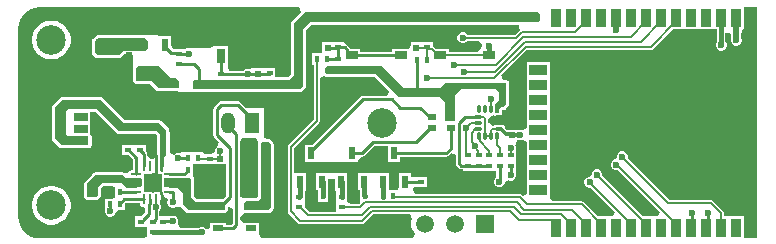
<source format=gtl>
G04*
G04 #@! TF.GenerationSoftware,Altium Limited,Altium Designer,21.0.9 (235)*
G04*
G04 Layer_Physical_Order=1*
G04 Layer_Color=255*
%FSTAX24Y24*%
%MOIN*%
G70*
G04*
G04 #@! TF.SameCoordinates,F3794B47-591B-43CD-9A24-B45F9C40A272*
G04*
G04*
G04 #@! TF.FilePolarity,Positive*
G04*
G01*
G75*
%ADD11C,0.0100*%
%ADD14C,0.0080*%
%ADD21R,0.0591X0.0591*%
%ADD22O,0.0098X0.0354*%
%ADD23O,0.0354X0.0098*%
%ADD24R,0.0315X0.0217*%
%ADD25R,0.0374X0.0236*%
%ADD26R,0.0472X0.0299*%
%ADD27R,0.0472X0.0315*%
%ADD28R,0.0315X0.0512*%
%ADD29R,0.0827X0.1181*%
G04:AMPARAMS|DCode=30|XSize=24mil|YSize=11.8mil|CornerRadius=3mil|HoleSize=0mil|Usage=FLASHONLY|Rotation=90.000|XOffset=0mil|YOffset=0mil|HoleType=Round|Shape=RoundedRectangle|*
%AMROUNDEDRECTD30*
21,1,0.0240,0.0059,0,0,90.0*
21,1,0.0181,0.0118,0,0,90.0*
1,1,0.0059,0.0030,0.0091*
1,1,0.0059,0.0030,-0.0091*
1,1,0.0059,-0.0030,-0.0091*
1,1,0.0059,-0.0030,0.0091*
%
%ADD30ROUNDEDRECTD30*%
G04:AMPARAMS|DCode=31|XSize=24mil|YSize=11.8mil|CornerRadius=3mil|HoleSize=0mil|Usage=FLASHONLY|Rotation=180.000|XOffset=0mil|YOffset=0mil|HoleType=Round|Shape=RoundedRectangle|*
%AMROUNDEDRECTD31*
21,1,0.0240,0.0059,0,0,180.0*
21,1,0.0181,0.0118,0,0,180.0*
1,1,0.0059,-0.0091,0.0030*
1,1,0.0059,0.0091,0.0030*
1,1,0.0059,0.0091,-0.0030*
1,1,0.0059,-0.0091,-0.0030*
%
%ADD31ROUNDEDRECTD31*%
%ADD32R,0.1772X0.1772*%
%ADD33R,0.0354X0.0591*%
%ADD34R,0.0591X0.0354*%
%ADD35R,0.0177X0.0217*%
%ADD36R,0.0217X0.0177*%
%ADD37R,0.0201X0.0201*%
%ADD38R,0.0201X0.0201*%
%ADD39R,0.0413X0.0256*%
%ADD40R,0.0236X0.0394*%
%ADD41R,0.0177X0.0315*%
%ADD42R,0.0315X0.0177*%
%ADD71C,0.0150*%
%ADD72C,0.0200*%
%ADD73C,0.0120*%
%ADD74O,0.0669X0.0433*%
%ADD75O,0.0472X0.0709*%
%ADD76R,0.0472X0.0709*%
%ADD77O,0.0787X0.0984*%
%ADD78C,0.0984*%
%ADD79C,0.0591*%
%ADD80C,0.0236*%
G36*
X016535Y025504D02*
X025199D01*
X025261Y025354D01*
X024936Y025029D01*
X024914Y024996D01*
X024906Y024957D01*
X024906Y023367D01*
Y023269D01*
X024826Y023188D01*
X024401D01*
Y023463D01*
X024024D01*
Y023463D01*
X023999Y023468D01*
X023999Y023468D01*
X023876Y023468D01*
X023639D01*
X023639Y023468D01*
X023513Y023455D01*
X023443D01*
X023377Y023428D01*
X023342Y023392D01*
X022851D01*
X022826Y023532D01*
X022826D01*
Y024204D01*
X022403D01*
X022351Y024204D01*
X02223Y024135D01*
X021473Y024135D01*
X021473Y024135D01*
X021329Y024118D01*
X020993D01*
X020926Y024241D01*
Y024529D01*
X02053D01*
X020488Y024571D01*
X020093D01*
X020054Y024578D01*
X018478D01*
X018439Y024571D01*
X018406Y024549D01*
X018316Y024459D01*
X018294Y024426D01*
X018286Y024387D01*
Y023997D01*
X018294Y023958D01*
X018316Y023924D01*
X018416Y023824D01*
X018449Y023802D01*
X018488Y023795D01*
X019188D01*
X01919Y023795D01*
X019191Y023795D01*
X019209Y023799D01*
X019227Y023802D01*
X019228Y023803D01*
X01923Y023804D01*
X019245Y023814D01*
X01926Y023824D01*
X019261Y023826D01*
X019262Y023827D01*
X019382Y023955D01*
X01954D01*
X01962Y023955D01*
X019654Y023921D01*
X019654Y023496D01*
X019646Y023457D01*
X019646Y023457D01*
X019646Y023451D01*
Y023079D01*
X019654Y02304D01*
X019676Y023007D01*
X019715Y022967D01*
X019748Y022945D01*
X019787Y022937D01*
X020226D01*
X020439Y022724D01*
X020472Y022702D01*
X020511Y022695D01*
X021087D01*
X021225Y022665D01*
X021678Y022665D01*
X021678Y022665D01*
X021732Y022665D01*
X025228Y022665D01*
X025267Y022672D01*
X0253Y022694D01*
X0254Y022794D01*
X025422Y022828D01*
X02543Y022867D01*
X02543Y024724D01*
X0256Y024895D01*
X03252D01*
X032535Y024853D01*
X032545Y024745D01*
X032536Y024739D01*
X032386Y024588D01*
X030788D01*
X030739Y024638D01*
X030673Y024665D01*
X030603D01*
X030537Y024638D01*
X030487Y024587D01*
X03046Y024522D01*
Y024451D01*
X030487Y024386D01*
X030537Y024336D01*
X030603Y024308D01*
X030673D01*
X030739Y024336D01*
X030788Y024385D01*
X031178D01*
X03129Y024254D01*
X031289Y024249D01*
X031239Y024115D01*
X031133Y024009D01*
X030178D01*
Y024115D01*
X029749D01*
X02968Y024185D01*
X029647Y024207D01*
X029637Y024209D01*
Y024329D01*
X029275D01*
Y024334D01*
X028914D01*
Y024243D01*
X02886Y024115D01*
X028286D01*
Y02402D01*
X027226D01*
Y024115D01*
X026889D01*
X026886Y024133D01*
X026862Y02417D01*
X026862Y02417D01*
X026791Y02424D01*
X026755Y024264D01*
X026712Y024273D01*
X026684Y024329D01*
X026322D01*
Y024334D01*
X025961D01*
Y02411D01*
X025944Y023973D01*
X025814Y023968D01*
X025606D01*
Y023591D01*
X025673D01*
Y021756D01*
X024846Y020929D01*
X024824Y020896D01*
X024816Y020857D01*
Y018697D01*
X024824Y018658D01*
X024846Y018624D01*
X025156Y018314D01*
X025189Y018292D01*
X025228Y018285D01*
X027296D01*
X027335Y018292D01*
X027368Y018314D01*
X027648Y018595D01*
X028871D01*
X028958Y018445D01*
X028955Y01844D01*
X028925Y018326D01*
Y018209D01*
X028955Y018096D01*
X029014Y017994D01*
X029055Y017953D01*
X028996Y017803D01*
X023912D01*
X023851Y017928D01*
X023851Y017953D01*
Y018324D01*
X023342Y018324D01*
X023233Y018439D01*
X02324Y018554D01*
X023365Y018637D01*
X023378Y018635D01*
X024168D01*
X024207Y018642D01*
X02424Y018664D01*
X02431Y018734D01*
X024332Y018768D01*
X02434Y018807D01*
Y020947D01*
X024332Y020986D01*
X02431Y021019D01*
X02424Y021089D01*
X024207Y021111D01*
X024168Y021118D01*
X024146D01*
X024008Y021149D01*
X024008Y021268D01*
Y022158D01*
X023394D01*
X023216Y022336D01*
X02318Y02236D01*
X023137Y022369D01*
X023137Y022369D01*
X022598D01*
X022555Y02236D01*
X022519Y022336D01*
X022519Y022336D01*
X022366Y022183D01*
X022341Y022147D01*
X022333Y022104D01*
X022333Y022104D01*
Y021239D01*
X022333Y021239D01*
X022341Y021197D01*
X022366Y02116D01*
X022505Y021021D01*
X022507Y021004D01*
X022461Y020853D01*
X022455Y02085D01*
X022404Y0208D01*
X022377Y020735D01*
Y020664D01*
X022239Y020614D01*
X022016D01*
X021992Y020661D01*
X021655Y020661D01*
X021505Y020661D01*
X021315D01*
X021315Y020661D01*
X021189Y020651D01*
X021119D01*
X021053Y020623D01*
X02102Y02059D01*
X02094Y020603D01*
X02087Y020636D01*
X02087Y021397D01*
X020862Y021436D01*
X02084Y021469D01*
X02059Y021719D01*
X020557Y021741D01*
X020518Y021748D01*
X0194Y021748D01*
X01866Y022489D01*
X018627Y022511D01*
X018588Y022518D01*
X017298D01*
X017259Y022511D01*
X017226Y022489D01*
X016986Y022249D01*
X016964Y022216D01*
X016956Y022177D01*
Y021127D01*
X016964Y021088D01*
X016986Y021054D01*
X017216Y020824D01*
X017249Y020802D01*
X017288Y020795D01*
X018148D01*
X018187Y020802D01*
X01822Y020824D01*
X01824Y020844D01*
X018262Y020878D01*
X01827Y020917D01*
Y021187D01*
X018262Y021226D01*
X01824Y021259D01*
X01822Y021279D01*
X01822Y021279D01*
Y021621D01*
Y022005D01*
X018406D01*
X019116Y021294D01*
X019149Y021272D01*
X019188Y021265D01*
X020416D01*
X020436Y021244D01*
Y020499D01*
X020376Y02046D01*
X020286Y020434D01*
X020267Y020447D01*
X020217Y020457D01*
X020132Y02059D01*
Y020617D01*
X020123Y02066D01*
X020099Y020697D01*
X020099Y020697D01*
X02007Y020726D01*
Y020904D01*
X019694D01*
X019694Y020904D01*
X019676D01*
Y020904D01*
X019544Y020904D01*
X0193D01*
Y020567D01*
X019518D01*
X019652Y020433D01*
Y020073D01*
X019636D01*
X019585Y020063D01*
X019585Y020063D01*
X019543Y020034D01*
X01954Y020031D01*
X019442Y01999D01*
X019361Y019988D01*
X019357Y019991D01*
X019318Y019998D01*
X0184Y019998D01*
X018361Y019991D01*
X018328Y019969D01*
X018319Y019959D01*
X018276D01*
Y019917D01*
X018046Y019686D01*
X018024Y019653D01*
X018016Y019614D01*
Y019217D01*
X018024Y019178D01*
X018046Y019144D01*
X018096Y019094D01*
X018129Y019072D01*
X018168Y019065D01*
X018418D01*
X018457Y019072D01*
X01849Y019094D01*
X018555Y019159D01*
X018577Y019193D01*
X018585Y019232D01*
Y019469D01*
X01866Y019545D01*
X018917D01*
X019057Y019519D01*
Y019274D01*
X019054Y019142D01*
X018914Y019125D01*
X018717D01*
Y018749D01*
X018717D01*
X01872Y018665D01*
X018747Y0186D01*
X018797Y01855D01*
X018862Y018523D01*
X018933D01*
X018999Y01855D01*
X019049Y0186D01*
X019063Y018635D01*
X019076Y018665D01*
X019188Y018749D01*
X019394D01*
Y018967D01*
X019409Y018982D01*
X019888D01*
Y018967D01*
X019898Y018916D01*
X019927Y018873D01*
X019969Y018845D01*
X02002Y018835D01*
X020053Y018808D01*
X020057Y018654D01*
X019931Y018528D01*
X019733D01*
Y01819D01*
X019978D01*
X02011Y018188D01*
X020127Y018048D01*
X020127Y01785D01*
X019996Y017803D01*
X016535D01*
X016535Y017803D01*
X016399Y017817D01*
X016267Y017857D01*
X016146Y017921D01*
X01604Y018008D01*
X015953Y018115D01*
X015888Y018236D01*
X015848Y018367D01*
X015835Y018504D01*
X015835Y018504D01*
Y024803D01*
X015835Y024803D01*
X015848Y02494D01*
X015888Y025071D01*
X015953Y025192D01*
X01604Y025299D01*
X016146Y025386D01*
X016267Y025451D01*
X016399Y02549D01*
X016535Y025504D01*
X016535Y025504D01*
D02*
G37*
G36*
X040465Y017803D02*
X040017D01*
Y018529D01*
X039362D01*
Y018635D01*
X039354Y018674D01*
X039332Y018707D01*
X03898Y019059D01*
X038947Y019081D01*
X038908Y019088D01*
X03754D01*
X036146Y020483D01*
Y020552D01*
X036119Y020617D01*
X036069Y020668D01*
X036003Y020695D01*
X035933D01*
X035867Y020668D01*
X035817Y020617D01*
X03579Y020552D01*
Y020481D01*
X035723Y020435D01*
X035657Y020408D01*
X035607Y020357D01*
X03558Y020292D01*
Y020221D01*
X035607Y020156D01*
X035657Y020106D01*
X035723Y020078D01*
X035793D01*
X035804Y020083D01*
X03722Y018667D01*
X037162Y018529D01*
X036647D01*
X035296Y01988D01*
X035296Y019881D01*
Y019952D01*
X035269Y020017D01*
X035219Y020068D01*
X035153Y020095D01*
X035083D01*
X035017Y020068D01*
X034967Y020017D01*
X03494Y019952D01*
X034921Y019874D01*
X034843Y019845D01*
X034777Y019818D01*
X034727Y019767D01*
X0347Y019702D01*
Y019631D01*
X034727Y019566D01*
X034777Y019516D01*
X034843Y019488D01*
X034899D01*
X03572Y018667D01*
X035663Y018529D01*
X035503D01*
Y018529D01*
X035147D01*
X034677Y018999D01*
X034644Y019021D01*
X034605Y019028D01*
X033617D01*
X033545Y019148D01*
X033545Y019179D01*
Y019648D01*
Y020148D01*
Y020648D01*
Y021148D01*
Y021648D01*
Y022148D01*
Y022648D01*
Y023148D01*
Y023663D01*
X032794D01*
Y023148D01*
Y022648D01*
Y022148D01*
Y021648D01*
Y021475D01*
X032732Y021434D01*
X032644Y0214D01*
X032611Y021414D01*
X0326Y021418D01*
X032464Y021421D01*
Y021421D01*
X032123D01*
X032056Y021487D01*
X032048Y021529D01*
X032024Y021565D01*
X031988Y021589D01*
X031945Y021598D01*
X031764D01*
X031721Y021589D01*
X031685Y021565D01*
X03168Y021559D01*
X031645D01*
X031532Y021627D01*
X0315Y02166D01*
Y021768D01*
X031522Y021816D01*
X031556Y021853D01*
X031686Y021914D01*
X031719Y021892D01*
X031758Y021885D01*
X031848D01*
X031887Y021892D01*
X03192Y021914D01*
X03193Y021924D01*
X031952Y021958D01*
X03196Y021997D01*
Y022074D01*
X03197Y022085D01*
X032008D01*
X032047Y022092D01*
X03208Y022114D01*
X03216Y022194D01*
X032182Y022228D01*
X03219Y022267D01*
Y022987D01*
X032182Y023026D01*
X032169Y023046D01*
Y023054D01*
X032163D01*
X03216Y023059D01*
X032127Y023081D01*
X032088Y023088D01*
X03198D01*
X031923Y023227D01*
X03278Y024085D01*
X036907D01*
X036946Y024092D01*
X036979Y024114D01*
X037647Y024782D01*
X039121D01*
Y024352D01*
X039107Y024337D01*
X03908Y024272D01*
Y024201D01*
X039107Y024136D01*
X039157Y024086D01*
X039223Y024058D01*
X039293D01*
X039359Y024086D01*
X039409Y024136D01*
X039436Y024201D01*
Y024272D01*
X039409Y024337D01*
X039397Y02435D01*
Y024628D01*
X039426Y024654D01*
X0395Y024656D01*
X039555Y024638D01*
X039595Y024605D01*
Y024468D01*
X03958Y024432D01*
Y024361D01*
X039607Y024296D01*
X039657Y024246D01*
X039723Y024218D01*
X039793D01*
X039859Y024246D01*
X039909Y024296D01*
X039936Y024361D01*
Y024432D01*
X039921Y024468D01*
Y024625D01*
X039936Y024661D01*
Y024732D01*
X040017Y024782D01*
X040017D01*
Y025504D01*
X040465D01*
Y017803D01*
D02*
G37*
G36*
X020159Y024372D02*
Y024135D01*
X02008Y024057D01*
X019338D01*
X019188Y023897D01*
X018488D01*
X018388Y023997D01*
Y024387D01*
X018478Y024477D01*
X020054D01*
X020159Y024372D01*
D02*
G37*
G36*
X020906Y023147D02*
X021088D01*
X021198Y023037D01*
Y022847D01*
X021148Y022797D01*
X020511D01*
X020268Y023039D01*
X019787D01*
X019748Y023079D01*
Y023457D01*
X019828Y023537D01*
X020516D01*
X020906Y023147D01*
D02*
G37*
G36*
X033158Y025327D02*
X033208Y025277D01*
X033208Y025047D01*
X033158Y024997D01*
X025558D01*
X025328Y024767D01*
X025328Y022867D01*
X025228Y022767D01*
X021678Y022767D01*
X021648Y022797D01*
X021648Y023039D01*
X021696Y023087D01*
X024868D01*
X025008Y023227D01*
Y023367D01*
X025008Y024957D01*
X025378Y025327D01*
X033158Y025327D01*
D02*
G37*
G36*
X028678Y022807D02*
X029898Y022807D01*
X030078Y022987D01*
X032088D01*
Y022267D01*
X032008Y022187D01*
X031928D01*
X031858Y022117D01*
Y021997D01*
X031848Y021987D01*
X031758D01*
X031728Y022017D01*
Y022277D01*
X031858Y022407D01*
Y022677D01*
X031768Y022767D01*
X030588D01*
X030398Y022577D01*
Y021727D01*
X030378Y021707D01*
X030088D01*
X030058Y021737D01*
Y022337D01*
X029898Y022497D01*
X028518D01*
X028348Y022667D01*
X027748Y023267D01*
X026108D01*
X026048Y023327D01*
Y023487D01*
X026108Y023547D01*
X027938D01*
X028678Y022807D01*
D02*
G37*
G36*
X019358Y021647D02*
X020518Y021647D01*
X020768Y021397D01*
X020768Y020587D01*
X020658Y020477D01*
Y020037D01*
X020638Y020017D01*
X020588D01*
X020538Y020067D01*
Y021287D01*
X020458Y021367D01*
X019188D01*
X018448Y022107D01*
X017508D01*
X017428Y022027D01*
Y021257D01*
X017478Y021207D01*
X018148D01*
X018168Y021187D01*
Y020917D01*
X018148Y020897D01*
X017288D01*
X017058Y021127D01*
Y022177D01*
X017298Y022417D01*
X018588D01*
X019358Y021647D01*
D02*
G37*
G36*
X020455Y019987D02*
X02048Y019981D01*
X020516Y019944D01*
X020554Y019912D01*
X020587Y019841D01*
X020586Y019787D01*
Y019507D01*
X020594Y019468D01*
X020491Y019352D01*
X020473Y019344D01*
X020464Y019344D01*
X020464Y019344D01*
X020464Y019344D01*
X020413Y019354D01*
X020363Y019344D01*
X020315Y019318D01*
X020267Y019344D01*
X020267Y019344D01*
X020267Y019344D01*
X020217Y019354D01*
X020166Y019344D01*
X020166Y019344D01*
X020078Y019393D01*
X020032Y019509D01*
X02004Y019548D01*
X02004Y019787D01*
X020039Y019793D01*
X020051Y019857D01*
X020184Y019944D01*
X020217Y019937D01*
X020267Y019947D01*
X020267Y019947D01*
X02031Y019976D01*
X020311Y019977D01*
X020318Y01998D01*
X020399Y019988D01*
X020455Y019987D01*
D02*
G37*
G36*
X019408Y019807D02*
X019918Y019807D01*
X019938Y019787D01*
X019938Y019548D01*
X019886Y019497D01*
X019418D01*
X019268Y019647D01*
X018618D01*
X018483Y019512D01*
Y019232D01*
X018418Y019167D01*
X018168D01*
X018118Y019217D01*
Y019614D01*
X0184Y019897D01*
X019318Y019897D01*
X019408Y019807D01*
D02*
G37*
G36*
X026036Y023194D02*
X026069Y023172D01*
X026108Y023165D01*
X027706D01*
X028182Y022689D01*
X02812Y022539D01*
X027308D01*
X027266Y02253D01*
X027229Y022506D01*
X027229Y022506D01*
X02563Y020907D01*
X025392D01*
Y020353D01*
X027167D01*
Y020421D01*
X027271Y020518D01*
X027314Y020526D01*
X02735Y020551D01*
X027684Y020885D01*
X028148D01*
Y020353D01*
X028545D01*
Y020518D01*
X030081D01*
X030081Y020518D01*
X030124Y020526D01*
X030161Y020551D01*
X030256Y020646D01*
X030406Y020584D01*
Y020297D01*
X030406Y020297D01*
X030414Y020254D01*
X030439Y020217D01*
X030512Y020144D01*
X030512Y020144D01*
X030548Y02012D01*
X030591Y020112D01*
X030638D01*
Y020055D01*
X031767D01*
Y019827D01*
X031717Y019777D01*
X03169Y019712D01*
Y019641D01*
X031717Y019576D01*
X031767Y019526D01*
X031833Y019498D01*
X031903D01*
X031969Y019526D01*
X032019Y019576D01*
X032046Y019641D01*
Y019642D01*
X032066Y019664D01*
X032187Y019733D01*
X032209Y019724D01*
X03228D01*
X032345Y019752D01*
X032395Y019802D01*
X032422Y019867D01*
Y019909D01*
X032432Y020055D01*
X032432D01*
Y020392D01*
X032432D01*
Y020395D01*
X032432D01*
Y020732D01*
X032432D01*
X032427Y020846D01*
X0324Y020911D01*
X032409Y020932D01*
X032464Y02106D01*
X0326Y021062D01*
X032611Y021067D01*
X032644Y02108D01*
X032732Y021046D01*
X032794Y021006D01*
Y020648D01*
Y020148D01*
Y019648D01*
Y019267D01*
X032644Y019205D01*
X03261Y019239D01*
X032577Y019261D01*
X032538Y019268D01*
X029061D01*
X028975Y019418D01*
X029024Y019501D01*
X029064Y019504D01*
Y019504D01*
X02944D01*
Y019841D01*
X029064D01*
Y019841D01*
X028919Y019853D01*
Y019962D01*
X028522D01*
Y019537D01*
X02849Y019407D01*
X028375Y019401D01*
X028318D01*
X028171Y019408D01*
X028171Y019543D01*
Y019962D01*
X027541D01*
X027542Y019542D01*
X027541Y019541D01*
Y019962D01*
X027144D01*
Y019408D01*
X027206Y019401D01*
Y018969D01*
X027185Y018948D01*
X026924D01*
X026802Y019017D01*
X026802Y019262D01*
X026802Y019354D01*
X026802Y019354D01*
X026793Y019408D01*
X026793D01*
Y019962D01*
X025766D01*
Y019408D01*
X025828Y019401D01*
Y019024D01*
X026165D01*
Y019259D01*
X026165Y019401D01*
X026165Y019401D01*
X026163Y019408D01*
X026163D01*
Y01979D01*
X026396D01*
Y019408D01*
X026396D01*
X026426Y019354D01*
X026426Y019017D01*
X026426Y018867D01*
Y018677D01*
X026279Y018668D01*
X025538D01*
X025385Y018821D01*
Y019014D01*
X025385D01*
Y019017D01*
X025385D01*
Y019354D01*
X025415Y019408D01*
X025415D01*
Y019962D01*
X02502D01*
Y020814D01*
X025847Y021641D01*
X025869Y021674D01*
X025877Y021713D01*
Y023141D01*
X026027Y023204D01*
X026036Y023194D01*
D02*
G37*
G36*
X023778Y021113D02*
X023823Y021007D01*
X023823Y020999D01*
X023816Y020967D01*
Y019199D01*
X023766Y019148D01*
X023408D01*
X023369Y019141D01*
X023364Y019138D01*
X023269Y019168D01*
X023214Y019209D01*
Y021008D01*
X023216Y021018D01*
X023272Y021149D01*
Y021149D01*
X023744D01*
X023778Y021113D01*
D02*
G37*
G36*
X021992Y020284D02*
X022016Y020277D01*
Y020277D01*
X022139Y020277D01*
X022379D01*
Y020272D01*
X022739Y020272D01*
X022762Y020132D01*
Y019224D01*
X022636Y019098D01*
X0218D01*
X0217Y019199D01*
Y019767D01*
X021692Y019806D01*
X021652Y01989D01*
Y020135D01*
X021655Y020267D01*
X021795Y020284D01*
X021992D01*
Y020284D01*
D02*
G37*
G36*
X024238Y020947D02*
Y018807D01*
X024168Y018737D01*
X023378D01*
X023348Y018767D01*
Y018987D01*
X023408Y019047D01*
X023808D01*
X023918Y019157D01*
Y020967D01*
X023968Y021017D01*
X024168D01*
X024238Y020947D01*
D02*
G37*
G36*
X021598Y019767D02*
Y019157D01*
X021758Y018997D01*
X022688D01*
X022718Y018967D01*
Y018767D01*
X022688Y018737D01*
X021498D01*
X021308Y018927D01*
Y019307D01*
X021118Y019497D01*
X020698D01*
X020688Y019507D01*
Y019787D01*
X020698Y019797D01*
X021568D01*
X021598Y019767D01*
D02*
G37*
G36*
X020788Y019133D02*
X020815Y019069D01*
X0208Y019032D01*
Y018961D01*
X020827Y018896D01*
X020877Y018846D01*
X020943Y018818D01*
X021013D01*
X021076Y018844D01*
X021086Y018847D01*
X021214Y018853D01*
X02126Y01883D01*
X021426Y018664D01*
X021459Y018642D01*
X021498Y018635D01*
X022688D01*
X022727Y018642D01*
X02276Y018664D01*
X02279Y018694D01*
X022812Y018728D01*
X02282Y018767D01*
Y018831D01*
X02284Y018845D01*
X02299Y018764D01*
Y018297D01*
X022943Y01825D01*
X022768D01*
Y018324D01*
X022234D01*
Y018149D01*
X02211Y018113D01*
X022084Y018112D01*
X022039Y018158D01*
X021973Y018185D01*
X021903D01*
X021837Y018158D01*
X02183Y01815D01*
X021216D01*
X021177Y018206D01*
X021139Y0183D01*
X021156Y018341D01*
Y018412D01*
X021129Y018477D01*
X021079Y018528D01*
X021013Y018555D01*
X020943Y018555D01*
X020858Y018528D01*
X020858Y018528D01*
X02052D01*
Y01869D01*
X020559Y018729D01*
X020586Y018794D01*
Y018865D01*
X020559Y018931D01*
X020541Y018948D01*
X020545Y018967D01*
Y019092D01*
X020687Y019177D01*
X020788Y019133D01*
D02*
G37*
%LPC*%
G36*
X016992Y025052D02*
X016866D01*
X016742Y025027D01*
X016625Y024978D01*
X01652Y024908D01*
X01643Y024819D01*
X01636Y024714D01*
X016312Y024597D01*
X016287Y024473D01*
Y024346D01*
X016312Y024222D01*
X01636Y024105D01*
X01643Y024D01*
X01652Y023911D01*
X016625Y02384D01*
X016742Y023792D01*
X016866Y023767D01*
X016992D01*
X017116Y023792D01*
X017233Y02384D01*
X017338Y023911D01*
X017428Y024D01*
X017498Y024105D01*
X017547Y024222D01*
X017571Y024346D01*
Y024473D01*
X017547Y024597D01*
X017498Y024714D01*
X017428Y024819D01*
X017338Y024908D01*
X017233Y024978D01*
X017116Y025027D01*
X016992Y025052D01*
D02*
G37*
G36*
Y01954D02*
X016866D01*
X016742Y019515D01*
X016625Y019467D01*
X01652Y019396D01*
X01643Y019307D01*
X01636Y019202D01*
X016312Y019085D01*
X016287Y018961D01*
Y018834D01*
X016312Y01871D01*
X01636Y018593D01*
X01643Y018488D01*
X01652Y018399D01*
X016625Y018329D01*
X016742Y01828D01*
X016866Y018256D01*
X016992D01*
X017116Y01828D01*
X017233Y018329D01*
X017338Y018399D01*
X017428Y018488D01*
X017498Y018593D01*
X017547Y01871D01*
X017571Y018834D01*
Y018961D01*
X017547Y019085D01*
X017498Y019202D01*
X017428Y019307D01*
X017338Y019396D01*
X017233Y019467D01*
X017116Y019515D01*
X016992Y01954D01*
D02*
G37*
%LPD*%
D11*
X018324Y01967D02*
X018406Y019752D01*
X018324Y019593D02*
Y01967D01*
X018298Y019567D02*
X018324Y019593D01*
X018897Y019745D02*
X019251D01*
X020866Y019547D02*
X021243D01*
X021185Y023953D02*
X021505D01*
X021508Y023957D01*
X021181Y02395D02*
X021185Y023953D01*
X022598Y02328D02*
X023733D01*
X02378Y023327D01*
X025132Y02294D02*
X025148Y022957D01*
X022598Y02294D02*
X025132D01*
X021874Y022927D02*
X022585D01*
X022598Y02294D01*
X021695Y02361D02*
X02186Y023444D01*
X021181Y02361D02*
X021695D01*
X02186Y022913D02*
Y023444D01*
Y022913D02*
X021874Y022927D01*
X020728Y024173D02*
X020923Y023979D01*
X020728Y024173D02*
Y024252D01*
X021152Y023979D02*
X021181Y02395D01*
X020923Y023979D02*
X021152D01*
X023822Y023291D02*
X024209D01*
X024213Y023295D01*
X023819Y023287D02*
X023822Y023291D01*
X022589Y023868D02*
X022598Y023858D01*
Y02328D02*
Y023858D01*
X018855Y019787D02*
X018858Y019783D01*
X018465Y019791D02*
X018468Y019787D01*
X018855D01*
X02018Y018618D02*
Y018924D01*
X01998Y018417D02*
X02018Y018618D01*
Y018924D02*
X020217Y018961D01*
Y019094D01*
X01998Y018398D02*
Y018417D01*
X019941Y018359D02*
X01998Y018398D01*
X019921Y018359D02*
X019941D01*
X020315D02*
X020335D01*
X020373Y018398D02*
Y018421D01*
X020408Y018456D02*
Y01883D01*
X020335Y018359D02*
X020373Y018398D01*
Y018421D02*
X020408Y018456D01*
X018891Y018707D02*
X018898Y018701D01*
X018891Y018707D02*
Y018931D01*
X018885Y018937D02*
X018891Y018931D01*
X029557Y021831D02*
X029606D01*
X029231Y022157D02*
X029557Y021831D01*
X028548Y022157D02*
X029231D01*
X028278Y022427D02*
X028548Y022157D01*
X027308Y022427D02*
X028278D01*
X025591Y020709D02*
X027308Y022427D01*
X027638Y020997D02*
X029078D01*
X027271Y02063D02*
X027638Y020997D01*
X026969Y02063D02*
X027271D01*
X029557Y021476D02*
X029606D01*
X029078Y020997D02*
X029557Y021476D01*
X025591Y02063D02*
Y020709D01*
X026496Y023452D02*
X02786D01*
X028504Y022808D01*
Y022808D02*
Y022808D01*
Y022808D02*
X028701Y022611D01*
X030236Y020785D02*
Y021476D01*
X030081Y02063D02*
X030236Y020785D01*
X028346Y02063D02*
X030081D01*
X022598Y022257D02*
X023137D01*
X023622Y021772D01*
X022445Y021239D02*
X022874Y020811D01*
X023622Y021654D02*
Y021772D01*
X022445Y022104D02*
X022598Y022257D01*
X022445Y021239D02*
Y022104D01*
X022874Y019178D02*
Y020811D01*
X026473Y023429D02*
X026496Y023452D01*
X026211Y023429D02*
X026473D01*
X026188Y023407D02*
X026211Y023429D01*
X029121Y022627D02*
Y02374D01*
X021154Y020472D02*
X021484D01*
X020678Y018368D02*
X020969D01*
X020978Y018377D01*
X020669Y018359D02*
X020678Y018368D01*
X020866Y01935D02*
X020977D01*
X020978Y01935D01*
Y018997D02*
Y01935D01*
X02061Y018968D02*
Y019253D01*
Y018968D02*
X020853Y018725D01*
X02109D01*
X021358Y018457D01*
X031879Y019687D02*
Y020213D01*
X031868Y019677D02*
X031879Y019687D01*
Y020213D02*
X03189Y020224D01*
X032244Y019903D02*
Y020224D01*
X03826Y018154D02*
X038278Y018172D01*
Y018657D01*
X03876Y018154D02*
X038808Y018202D01*
Y018657D01*
X028733Y019673D02*
X029252D01*
X02872Y019685D02*
X028733Y019673D01*
X023102Y018251D02*
Y021277D01*
X022513Y018138D02*
X02299D01*
X023102Y018251D01*
X022501Y018126D02*
X022513Y018138D01*
X02257Y018874D02*
X022874Y019178D01*
X022835Y021545D02*
X023102Y021277D01*
X022835Y021545D02*
Y021654D01*
X022501Y018874D02*
X02257D01*
X022481Y018854D02*
X022508Y018881D01*
X020866Y019941D02*
X021365D01*
X021484Y020059D01*
Y020079D01*
X02172Y018468D02*
X022007D01*
X021708Y018457D02*
X02172Y018468D01*
X022007D02*
X022029Y01849D01*
X021827Y019689D02*
Y020075D01*
X021824Y020079D02*
X021827Y020075D01*
Y019689D02*
X021831Y019685D01*
X022491Y01849D02*
X022501Y0185D01*
X022029Y01849D02*
X022491D01*
X022019Y018835D02*
X022039Y018854D01*
X022481D01*
X0216Y018835D02*
X022019D01*
X021476Y018958D02*
X0216Y018835D01*
X021476Y018958D02*
Y019331D01*
X018858Y020138D02*
Y020362D01*
X01865Y020571D02*
X018858Y020362D01*
X019494Y021069D02*
X020289D01*
X01865Y020571D02*
X019154Y021076D01*
X019488D01*
X017904Y020571D02*
X01865D01*
X018858Y020138D02*
X019213D01*
X019251Y019745D02*
X019263Y019733D01*
Y019721D02*
Y019733D01*
X018858Y019783D02*
X018897Y019745D01*
X019251D02*
X019763D01*
X019244Y01935D02*
X019763D01*
X019363Y019094D02*
X02002D01*
X020413Y019744D02*
Y020197D01*
X019764Y019941D02*
Y02048D01*
X019225Y018957D02*
X019363Y019094D01*
X019263Y019721D02*
X019437Y019547D01*
X019225Y019331D02*
X019244Y01935D01*
X019225Y018937D02*
Y018957D01*
X020866Y019744D02*
X021417D01*
X021476Y019685D01*
X02126Y019547D02*
X021476Y019331D01*
Y019685D01*
X021831Y019331D02*
Y019685D01*
X019763Y019745D02*
X019764Y019744D01*
X019437Y019547D02*
X019764D01*
X020315Y019646D02*
X020413Y019744D01*
X02037Y019591D02*
X02056Y0194D01*
Y019361D02*
Y0194D01*
Y019361D02*
X020579Y019342D01*
X019763Y01935D02*
X019764Y01935D01*
X020579Y019284D02*
X02061Y019253D01*
X020579Y019284D02*
Y019342D01*
X019488Y021076D02*
X019494Y021069D01*
X019508Y020736D02*
X019764Y02048D01*
X019882Y020736D02*
X019902D01*
X019488D02*
X019508D01*
X020611Y020198D02*
Y02067D01*
X020295Y020709D02*
X020413Y020591D01*
X020295Y020709D02*
Y021063D01*
X020611Y02067D02*
X02065Y020709D01*
X020289Y021069D02*
X020295Y021063D01*
X02002Y020197D02*
Y020617D01*
X019902Y020736D02*
X02002Y020617D01*
X020413Y020197D02*
Y020591D01*
X02061Y020197D02*
X020611Y020198D01*
X030827Y020224D02*
X031181D01*
X030591D02*
X030827D01*
X030518Y020297D02*
X030591Y020224D01*
X030518Y020297D02*
Y021649D01*
X030719Y02185D01*
X026121Y023786D02*
X02649D01*
X026496Y023792D02*
Y024154D01*
X026782Y023985D02*
X02686Y023907D01*
X026939D01*
X02649Y023786D02*
X026496Y023792D01*
X026782Y023985D02*
Y02409D01*
X026712Y024161D02*
X026782Y02409D01*
X026492Y024157D02*
X026496Y024154D01*
X026142Y024154D02*
X026145Y024157D01*
X026492D01*
X026496Y024161D02*
X026712D01*
X026939Y023907D02*
X028573D01*
X026115Y02378D02*
X026121Y023786D01*
X030719Y02185D02*
X031138D01*
X031181Y020224D02*
X031535D01*
D14*
X025775Y021713D02*
Y02378D01*
X024918Y020857D02*
X025775Y021713D01*
X024918Y018697D02*
Y020857D01*
X030338Y023577D02*
X030348Y023587D01*
X031738D01*
X032668Y024517D01*
X022557Y020451D02*
Y020697D01*
X030698Y023355D02*
X031706D01*
X032708Y024357D01*
X032738Y024187D02*
X036907D01*
X031688Y023137D02*
X032738Y024187D01*
X029458Y023137D02*
X031688D01*
X032708Y024357D02*
X036577D01*
X032668Y024517D02*
X036237D01*
X032428Y024487D02*
X032608Y024667D01*
X030638Y024487D02*
X032428D01*
X032608Y024667D02*
X034387D01*
X036907Y024187D02*
X03776Y025039D01*
Y025157D01*
X036577Y024357D02*
X03726Y025039D01*
X036237Y024517D02*
X03676Y025039D01*
X03726Y025039D02*
Y025157D01*
X034387Y024667D02*
X03476Y025039D01*
X03676Y025039D02*
Y025157D01*
X03476Y025039D02*
Y025157D01*
X022555Y020699D02*
X022557Y020697D01*
X022555Y020449D02*
X022557Y020451D01*
X024918Y018697D02*
X025228Y018387D01*
X027296D01*
X027606Y018697D01*
X032228D01*
X032516Y018409D01*
X033623D02*
X03376Y018272D01*
Y018154D02*
Y018272D01*
X032516Y018409D02*
X033623D01*
X032358Y018837D02*
X032598Y018597D01*
X033935D01*
X027548Y018837D02*
X032358D01*
X027278Y018567D02*
X027548Y018837D01*
X025496Y018567D02*
X027278D01*
X026614Y018846D02*
X027227D01*
X027378Y018997D02*
X032448D01*
X027227Y018846D02*
X027378Y018997D01*
X038908Y018987D02*
X03926Y018635D01*
X037498Y018987D02*
X038908D01*
X035968Y020517D02*
X037498Y018987D01*
X035758Y020257D02*
X035775D01*
X03776Y018272D01*
Y018154D02*
Y018272D01*
X031048Y020877D02*
Y020919D01*
Y020834D02*
Y020877D01*
X03926Y018154D02*
Y018635D01*
X035118Y019913D02*
Y019917D01*
X03676Y018154D02*
Y018272D01*
X035118Y019913D02*
X03676Y018272D01*
X034878Y019653D02*
Y019667D01*
X03626Y018154D02*
Y018272D01*
X034878Y019653D02*
X03626Y018272D01*
X032448Y018997D02*
X032698Y018747D01*
X032538Y019167D02*
X032778Y018927D01*
X02832Y019213D02*
X028366Y019167D01*
X032538D01*
X032778Y018927D02*
X034605D01*
X032698Y018747D02*
X034285D01*
X03526Y018154D02*
Y018272D01*
X034605Y018927D02*
X03526Y018272D01*
X025217Y018846D02*
X025496Y018567D01*
X025197Y018846D02*
X025217D01*
X034285Y018747D02*
X03476Y018272D01*
Y018154D02*
Y018272D01*
X033935Y018597D02*
X03426Y018272D01*
Y018154D02*
Y018272D01*
X031048Y020834D02*
X031157Y020725D01*
Y020588D02*
X031181Y020564D01*
X031157Y020588D02*
Y020725D01*
X031119Y021438D02*
X031138Y021457D01*
X030945Y021325D02*
X031058Y021438D01*
X030945Y021022D02*
X031048Y020919D01*
X031058Y021438D02*
X031119D01*
X030945Y021022D02*
Y021325D01*
X030769Y02149D02*
X030932Y021654D01*
X030769Y020612D02*
Y02149D01*
Y020612D02*
X030818Y020564D01*
X030827D01*
X03122Y021035D02*
X031529Y020725D01*
Y02057D02*
Y020725D01*
X03122Y021035D02*
Y021178D01*
X031529Y02057D02*
X031535Y020564D01*
X031791Y02092D02*
Y021197D01*
X03189Y020564D02*
Y020821D01*
X031791Y02092D02*
X03189Y020821D01*
X029892Y023907D02*
X031526D01*
X029608Y024113D02*
X029813Y023907D01*
X029449Y024161D02*
X029497Y024113D01*
X029608D01*
X029813Y023907D02*
X029892D01*
X029455Y023746D02*
X029461Y02374D01*
X029449Y024161D02*
X029455Y024154D01*
Y023746D02*
Y024154D01*
X029098Y024157D02*
X029445D01*
X029449Y024161D01*
X029094Y024154D02*
X029098Y024157D01*
X022208Y020449D02*
X022555D01*
X022205Y020446D02*
X022208Y020449D01*
X021837Y020459D02*
X022191D01*
X022205Y020446D01*
X021824Y020472D02*
X021837Y020459D01*
X032247Y020566D02*
Y020808D01*
X032249Y02081D01*
X032244Y020564D02*
X032247Y020566D01*
X031594Y02211D02*
Y022446D01*
X031201Y021197D02*
X03122Y021178D01*
X030932Y021654D02*
X031138D01*
X031398Y021197D02*
Y021792D01*
X031339Y02185D02*
X031398Y021792D01*
X031138Y02185D02*
X031339D01*
X031398Y021197D02*
X031594D01*
X031645Y021457D02*
X031854D01*
X031594Y021406D02*
X031645Y021457D01*
X031594Y021197D02*
Y021406D01*
D21*
X020315Y019646D02*
D03*
X03137Y018268D02*
D03*
D22*
X02002Y020197D02*
D03*
X020217D02*
D03*
X020413D02*
D03*
X02061D02*
D03*
Y019094D02*
D03*
X020413D02*
D03*
X020217D02*
D03*
X02002D02*
D03*
D23*
X020866Y019941D02*
D03*
Y019744D02*
D03*
Y019547D02*
D03*
Y01935D02*
D03*
X019764D02*
D03*
Y019547D02*
D03*
Y019744D02*
D03*
Y019941D02*
D03*
D24*
X029606Y021831D02*
D03*
Y021476D02*
D03*
X030236D02*
D03*
Y021831D02*
D03*
D25*
X022501Y018874D02*
D03*
Y0185D02*
D03*
Y018126D02*
D03*
X023584D02*
D03*
Y018874D02*
D03*
D26*
X017904Y021055D02*
D03*
Y022252D02*
D03*
Y02185D02*
D03*
Y021457D02*
D03*
D27*
Y020571D02*
D03*
Y022736D02*
D03*
D28*
X022589Y023868D02*
D03*
X023081D02*
D03*
D29*
X021585Y024951D02*
D03*
X024085D02*
D03*
D30*
X031201Y021197D02*
D03*
X031398D02*
D03*
X031594D02*
D03*
X031791D02*
D03*
Y02211D02*
D03*
X031594D02*
D03*
X031398D02*
D03*
X031201D02*
D03*
D31*
X031854Y021457D02*
D03*
Y021654D02*
D03*
Y02185D02*
D03*
X031138D02*
D03*
Y021654D02*
D03*
Y021457D02*
D03*
D32*
X03737Y021921D02*
D03*
D33*
X03376Y025157D02*
D03*
X04026Y018154D02*
D03*
X03976D02*
D03*
X03926D02*
D03*
X03876D02*
D03*
X03826D02*
D03*
X03776D02*
D03*
X03726D02*
D03*
X03676D02*
D03*
X03626D02*
D03*
X03576D02*
D03*
X03526Y018154D02*
D03*
X03476Y018154D02*
D03*
X03426D02*
D03*
X03376D02*
D03*
X03426Y025157D02*
D03*
X03476Y025157D02*
D03*
X03526Y025157D02*
D03*
X03576D02*
D03*
X03626D02*
D03*
X03676D02*
D03*
X03726Y025157D02*
D03*
X03776Y025157D02*
D03*
X03826D02*
D03*
X03876D02*
D03*
X03926D02*
D03*
X03976Y025157D02*
D03*
X04026Y025157D02*
D03*
D34*
X033169Y019406D02*
D03*
Y019906D02*
D03*
Y020406D02*
D03*
Y020906D02*
D03*
Y021406D02*
D03*
Y021906D02*
D03*
Y022406D02*
D03*
Y022906D02*
D03*
Y023406D02*
D03*
Y023906D02*
D03*
D35*
X02798Y019213D02*
D03*
X02832D02*
D03*
X021824Y020079D02*
D03*
X021484D02*
D03*
X018885Y018937D02*
D03*
X019225D02*
D03*
X018885Y019331D02*
D03*
X019225D02*
D03*
X029461Y02374D02*
D03*
X029121D02*
D03*
X025657Y019213D02*
D03*
X025997D02*
D03*
X027375D02*
D03*
X027035D02*
D03*
X021484Y020472D02*
D03*
X021824D02*
D03*
X026115Y02378D02*
D03*
X025775D02*
D03*
D36*
X019921Y018019D02*
D03*
Y018359D02*
D03*
X020315Y018019D02*
D03*
Y018359D02*
D03*
X020669Y018019D02*
D03*
Y018359D02*
D03*
X019882Y021076D02*
D03*
Y020736D02*
D03*
X019488Y021076D02*
D03*
Y020736D02*
D03*
X029449Y024501D02*
D03*
Y024161D02*
D03*
X026496Y023792D02*
D03*
Y023452D02*
D03*
Y024501D02*
D03*
Y024161D02*
D03*
X032244Y020564D02*
D03*
Y020224D02*
D03*
X03189Y020564D02*
D03*
Y020224D02*
D03*
X031535D02*
D03*
Y020564D02*
D03*
X031181Y020224D02*
D03*
Y020564D02*
D03*
X030827Y020224D02*
D03*
Y020564D02*
D03*
X029252Y019673D02*
D03*
Y020013D02*
D03*
X018465Y019791D02*
D03*
Y020131D02*
D03*
X022205Y020446D02*
D03*
Y020106D02*
D03*
X025197Y019186D02*
D03*
Y018846D02*
D03*
X024213Y023295D02*
D03*
Y023635D02*
D03*
X022598Y02294D02*
D03*
Y02328D02*
D03*
X021181Y02361D02*
D03*
Y02395D02*
D03*
X018465Y02231D02*
D03*
Y02265D02*
D03*
X026614Y018846D02*
D03*
Y019186D02*
D03*
D37*
X021476Y019331D02*
D03*
X021831D02*
D03*
X021476Y019685D02*
D03*
X021831D02*
D03*
X02065Y020709D02*
D03*
X020295D02*
D03*
X02065Y021063D02*
D03*
X020295D02*
D03*
X032343Y022874D02*
D03*
X031988D02*
D03*
X032343Y02252D02*
D03*
X031988D02*
D03*
X019508Y023228D02*
D03*
X019862D02*
D03*
D38*
X019213Y019783D02*
D03*
Y020138D02*
D03*
X018858Y019783D02*
D03*
Y020138D02*
D03*
X031969Y025138D02*
D03*
Y024783D02*
D03*
X032362Y025138D02*
D03*
Y024783D02*
D03*
X029094Y024508D02*
D03*
Y024154D02*
D03*
X026142Y024508D02*
D03*
Y024154D02*
D03*
X032283Y021594D02*
D03*
Y02124D02*
D03*
X024066Y01852D02*
D03*
Y018874D02*
D03*
X022559Y020098D02*
D03*
Y020453D02*
D03*
X023819Y023287D02*
D03*
Y023642D02*
D03*
X022019Y01848D02*
D03*
Y018835D02*
D03*
X019513Y023893D02*
D03*
Y024247D02*
D03*
D39*
X029892Y024754D02*
D03*
X031526D02*
D03*
X029892Y023907D02*
D03*
X031526D02*
D03*
X026939Y024754D02*
D03*
X028573D02*
D03*
X026939Y023907D02*
D03*
X028573D02*
D03*
D40*
X028346Y02063D02*
D03*
X02872Y019685D02*
D03*
X027972D02*
D03*
X026594D02*
D03*
X027343D02*
D03*
X026969Y02063D02*
D03*
X025591D02*
D03*
X025965Y019685D02*
D03*
X025217D02*
D03*
X020728Y024252D02*
D03*
X01998D02*
D03*
X020354Y023307D02*
D03*
D41*
X019001Y024237D02*
D03*
Y023351D02*
D03*
D42*
X020974Y022913D02*
D03*
X02186D02*
D03*
D71*
X018551Y024337D02*
X018651Y024237D01*
X018528Y024337D02*
X018551D01*
X018651Y024237D02*
X019001D01*
X019513Y024247D02*
X019516Y024249D01*
X019978D01*
X01998Y024252D01*
X019006Y024242D02*
X019508D01*
X019513Y024247D01*
X019001Y024237D02*
X019006Y024242D01*
X020354Y023271D02*
Y023307D01*
Y023228D02*
Y023271D01*
Y023228D02*
X020656Y022927D01*
X020961D01*
X020974Y022913D01*
X019862Y023228D02*
X020311D01*
X020354Y023271D01*
X028701Y022611D02*
X030202D01*
X024066Y019172D02*
X024066Y019173D01*
Y020635D01*
X030236Y022577D02*
Y022862D01*
Y021831D02*
Y022577D01*
X030202Y022611D02*
X030236Y022577D01*
X030224Y022874D02*
X030236Y022862D01*
X020676Y018013D02*
X021932D01*
X020669Y018019D02*
X020676Y018013D01*
X021932D02*
X021938Y018007D01*
X020315Y018019D02*
X020669D01*
X024066Y020635D02*
X024068Y020637D01*
X024066Y018875D02*
Y019173D01*
X024065Y019173D02*
X024066Y019173D01*
Y018875D02*
X024066Y018874D01*
X039258Y024237D02*
X039259Y024237D01*
Y025157D02*
X03926Y025157D01*
X039259Y024237D02*
Y025157D01*
X035758Y024737D02*
X035759Y024737D01*
Y025157D01*
X031526Y023907D02*
Y024219D01*
X035759Y025157D02*
X03576Y025157D01*
X030224Y022874D02*
X031988D01*
X023584Y018874D02*
X024066D01*
X02065Y020709D02*
Y021355D01*
X019293Y021502D02*
X020503D01*
X02065Y021355D01*
X018465Y02231D02*
X018484D01*
X019293Y021502D01*
X017948Y022297D02*
X018451D01*
X018465Y02231D01*
X017904Y022252D02*
X017948Y022297D01*
X027982Y019196D02*
Y019675D01*
Y019196D02*
X027992Y019186D01*
X027972Y019685D02*
X027982Y019675D01*
X027343Y019685D02*
X027361Y019666D01*
Y019226D02*
X027375Y019213D01*
X027361Y019226D02*
Y019666D01*
X026594Y019685D02*
X026604Y019675D01*
Y019196D02*
X026614Y019186D01*
X026604Y019196D02*
Y019675D01*
X025983Y019226D02*
Y019666D01*
Y019226D02*
X025997Y019213D01*
X025965Y019685D02*
X025983Y019666D01*
X025207Y019675D02*
X025217Y019685D01*
X025197Y019186D02*
X025207Y019196D01*
Y019675D01*
X017278Y022127D02*
X017403Y022252D01*
X017904D01*
X017278Y021197D02*
Y022127D01*
Y021197D02*
X017419Y021055D01*
X017904D01*
D72*
X025148Y023247D02*
Y024827D01*
X025459Y025138D01*
X025148Y022957D02*
Y023247D01*
X039758Y025156D02*
X039759Y025155D01*
X032362Y025138D02*
X032809D01*
X031969D02*
X032362D01*
X031948Y022316D02*
X031988Y022356D01*
Y022519D01*
X031948Y022307D02*
Y022316D01*
X031988Y022519D02*
X031988Y02252D01*
X032818Y025147D02*
X032828D01*
X032809Y025138D02*
X032818Y025147D01*
X025459Y025138D02*
X031969D01*
X031988Y02252D02*
Y022874D01*
X039758Y024397D02*
Y024697D01*
X039759Y024697D02*
Y025155D01*
X039758Y024697D02*
X039759Y024697D01*
X039758Y025156D02*
X03976Y025157D01*
D73*
X031791Y022169D02*
X031938Y022316D01*
X031948Y022479D02*
X031988Y022519D01*
X031791Y02211D02*
Y022169D01*
X031948Y022326D02*
Y022479D01*
X032283Y02124D02*
X032564D01*
X032243Y021281D02*
X032283Y02124D01*
X03209Y021281D02*
X032243D01*
X031854Y021457D02*
X031913D01*
X03209Y021281D01*
D74*
X016348Y023354D02*
D03*
Y019953D02*
D03*
X017844D02*
D03*
Y023354D02*
D03*
D75*
X022047Y021654D02*
D03*
X022835D02*
D03*
D76*
X023622D02*
D03*
D77*
X024449D02*
D03*
X02122D02*
D03*
D78*
X027953D02*
D03*
X016929Y018898D02*
D03*
Y024409D02*
D03*
D79*
X02837Y018268D02*
D03*
X02937D02*
D03*
X03037D02*
D03*
D80*
X020418Y021917D02*
D03*
X019528D02*
D03*
X019518Y020177D02*
D03*
X019158Y020507D02*
D03*
X019728Y018827D02*
D03*
X021732Y022441D02*
D03*
X020984D02*
D03*
X017953Y024055D02*
D03*
X017992Y024606D02*
D03*
X018425Y025039D02*
D03*
X019016Y025118D02*
D03*
X02311Y024488D02*
D03*
X023386Y025118D02*
D03*
X022874D02*
D03*
X022362D02*
D03*
X019016Y02248D02*
D03*
X018898Y022874D02*
D03*
X017913Y018976D02*
D03*
X018268Y018622D02*
D03*
X017953Y01815D02*
D03*
X018583D02*
D03*
X019055D02*
D03*
X018528Y024337D02*
D03*
X018288Y019307D02*
D03*
X018298Y019567D02*
D03*
X021508Y023957D02*
D03*
X023478Y023277D02*
D03*
X025148Y022957D02*
D03*
X01853Y024065D02*
D03*
X020408Y01883D02*
D03*
X018898Y018701D02*
D03*
X030945Y024764D02*
D03*
X029291D02*
D03*
X02626Y021969D02*
D03*
X025148Y023247D02*
D03*
X026098Y022957D02*
D03*
X037756Y024567D02*
D03*
X038937D02*
D03*
X021938Y018007D02*
D03*
X029128Y019397D02*
D03*
X028338Y019557D02*
D03*
X031598Y019917D02*
D03*
X032648Y019397D02*
D03*
X035028Y018957D02*
D03*
X035468Y018667D02*
D03*
X036688Y018687D02*
D03*
X037028Y018657D02*
D03*
X032608Y020867D02*
D03*
X022238Y019607D02*
D03*
X023468Y020557D02*
D03*
X023458Y020947D02*
D03*
X031142Y019567D02*
D03*
X029658Y019427D02*
D03*
X034646Y019291D02*
D03*
X034055D02*
D03*
X035079Y02126D02*
D03*
X034252Y02122D02*
D03*
X036024Y021063D02*
D03*
Y021654D02*
D03*
Y022244D02*
D03*
Y022835D02*
D03*
X036417Y023228D02*
D03*
X037008D02*
D03*
X037598D02*
D03*
X038189D02*
D03*
X038583Y022835D02*
D03*
Y022244D02*
D03*
Y021654D02*
D03*
Y021063D02*
D03*
X038189Y020669D02*
D03*
X037598D02*
D03*
X037008D02*
D03*
X040276Y019094D02*
D03*
Y019685D02*
D03*
Y020276D02*
D03*
Y020866D02*
D03*
Y021457D02*
D03*
Y022047D02*
D03*
Y022638D02*
D03*
Y023228D02*
D03*
Y023819D02*
D03*
Y024409D02*
D03*
X03378Y023071D02*
D03*
Y023504D02*
D03*
Y023858D02*
D03*
X032717Y02378D02*
D03*
X027008Y022913D02*
D03*
X026575Y022283D02*
D03*
X028228Y020157D02*
D03*
X02689D02*
D03*
X030118Y019807D02*
D03*
X029213Y020315D02*
D03*
X030058Y020357D02*
D03*
X032638Y02185D02*
D03*
X032323Y022047D02*
D03*
X032638Y02252D02*
D03*
X032598Y022874D02*
D03*
X032362Y023307D02*
D03*
X030984Y024173D02*
D03*
X030472D02*
D03*
X029764Y024409D02*
D03*
X028346Y02437D02*
D03*
X027638Y024409D02*
D03*
X027008D02*
D03*
X025709D02*
D03*
X024528Y019528D02*
D03*
X022835Y018504D02*
D03*
X022402Y019843D02*
D03*
X022126D02*
D03*
X017008Y020551D02*
D03*
X016575Y020984D02*
D03*
X016378Y021457D02*
D03*
Y022008D02*
D03*
X016417Y022598D02*
D03*
X017008Y022717D02*
D03*
X018504Y020984D02*
D03*
X018661Y020591D02*
D03*
X018858Y020787D02*
D03*
X019134Y021063D02*
D03*
X023504Y01937D02*
D03*
X026969Y019567D02*
D03*
X025591Y019528D02*
D03*
X026142Y018819D02*
D03*
X025669D02*
D03*
X025512Y018032D02*
D03*
X026339D02*
D03*
X02752Y018071D02*
D03*
X024488Y018228D02*
D03*
Y018661D02*
D03*
X02374Y018504D02*
D03*
X023425D02*
D03*
X026188Y023407D02*
D03*
X033088Y025147D02*
D03*
X024068Y020897D02*
D03*
Y020637D02*
D03*
X024065Y019173D02*
D03*
X039258Y024237D02*
D03*
X030338Y023577D02*
D03*
X030698Y023355D02*
D03*
X029458Y023137D02*
D03*
X031948Y022307D02*
D03*
X032828Y025147D02*
D03*
X030638Y024487D02*
D03*
X035758Y024737D02*
D03*
X031526Y024219D02*
D03*
X032564Y02124D02*
D03*
X039758Y024397D02*
D03*
Y024697D02*
D03*
X022555Y020699D02*
D03*
X021154Y020472D02*
D03*
X020978Y018377D02*
D03*
Y018997D02*
D03*
X021358Y018457D02*
D03*
X035758Y020257D02*
D03*
X035968Y020517D02*
D03*
X035118Y019917D02*
D03*
X034878Y019667D02*
D03*
X031868Y019677D02*
D03*
X032244Y019903D02*
D03*
X038278Y018657D02*
D03*
X038808D02*
D03*
X031048Y020877D02*
D03*
X030769Y02149D02*
D03*
X021708Y018457D02*
D03*
X021243Y019563D02*
D03*
X032249Y02081D02*
D03*
X031594Y022446D02*
D03*
M02*

</source>
